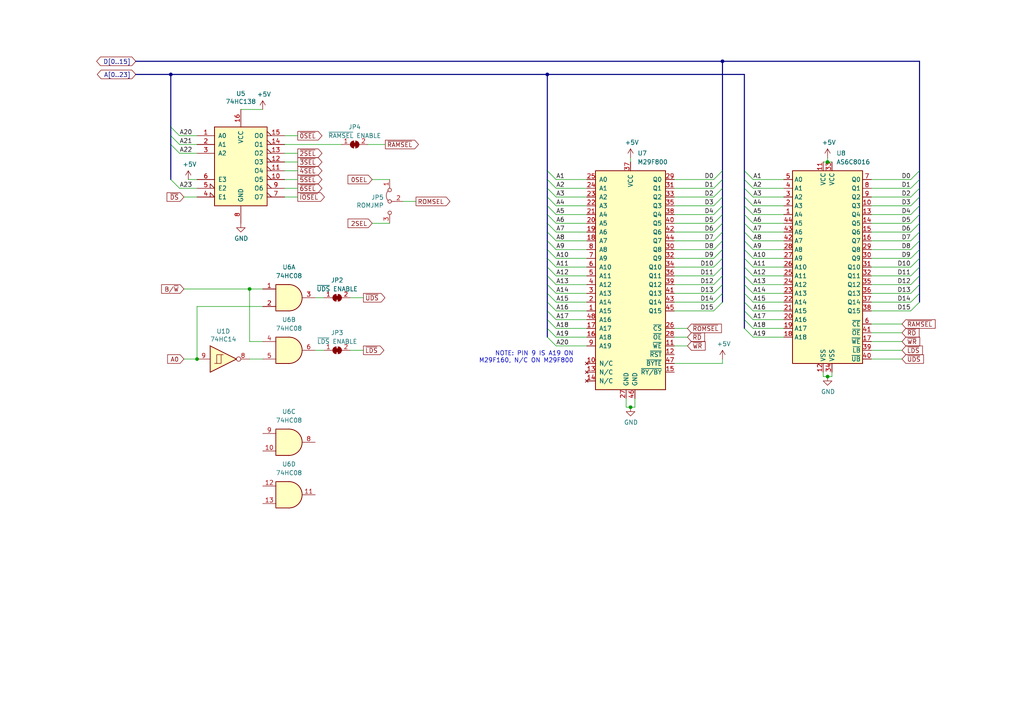
<source format=kicad_sch>
(kicad_sch (version 20211123) (generator eeschema)
  (paper "A4")
  (lib_symbols
    (symbol "74xx:74HC14" (pin_names (offset 1.016))
      (property "Reference" "U" (at 0 1.27 0))
      (property "Value" "74HC14" (at 0 -1.27 0))
      (symbol "74HC14_1_0"
        (polyline (pts (xy -3.81 3.81) (xy -3.81 -3.81) (xy 3.81 0) (xy -3.81 3.81)) (stroke (width 0.254)) (fill (type background)))
        (pin input line (at -7.62 0 0) (length 3.81) (name "~") (number "1"))
        (pin output inverted (at 7.62 0 180) (length 3.81) (name "~") (number "2"))
      )
      (symbol "74HC14_1_1"
        (polyline (pts (xy -1.905 -1.27) (xy -1.905 1.27) (xy -0.635 1.27)))
        (polyline (pts (xy -2.54 -1.27) (xy -0.635 -1.27) (xy -0.635 1.27) (xy 0 1.27)))
      )
      (symbol "74HC14_2_0"
        (polyline (pts (xy -3.81 3.81) (xy -3.81 -3.81) (xy 3.81 0) (xy -3.81 3.81)) (stroke (width 0.254)) (fill (type background)))
        (pin input line (at -7.62 0 0) (length 3.81) (name "~") (number "3"))
        (pin output inverted (at 7.62 0 180) (length 3.81) (name "~") (number "4"))
      )
      (symbol "74HC14_2_1"
        (polyline (pts (xy -1.905 -1.27) (xy -1.905 1.27) (xy -0.635 1.27)))
        (polyline (pts (xy -2.54 -1.27) (xy -0.635 -1.27) (xy -0.635 1.27) (xy 0 1.27)))
      )
      (symbol "74HC14_3_0"
        (polyline (pts (xy -3.81 3.81) (xy -3.81 -3.81) (xy 3.81 0) (xy -3.81 3.81)) (stroke (width 0.254)) (fill (type background)))
        (pin input line (at -7.62 0 0) (length 3.81) (name "~") (number "5"))
        (pin output inverted (at 7.62 0 180) (length 3.81) (name "~") (number "6"))
      )
      (symbol "74HC14_3_1"
        (polyline (pts (xy -1.905 -1.27) (xy -1.905 1.27) (xy -0.635 1.27)))
        (polyline (pts (xy -2.54 -1.27) (xy -0.635 -1.27) (xy -0.635 1.27) (xy 0 1.27)))
      )
      (symbol "74HC14_4_0"
        (polyline (pts (xy -3.81 3.81) (xy -3.81 -3.81) (xy 3.81 0) (xy -3.81 3.81)) (stroke (width 0.254)) (fill (type background)))
        (pin output inverted (at 7.62 0 180) (length 3.81) (name "~") (number "8"))
        (pin input line (at -7.62 0 0) (length 3.81) (name "~") (number "9"))
      )
      (symbol "74HC14_4_1"
        (polyline (pts (xy -1.905 -1.27) (xy -1.905 1.27) (xy -0.635 1.27)))
        (polyline (pts (xy -2.54 -1.27) (xy -0.635 -1.27) (xy -0.635 1.27) (xy 0 1.27)))
      )
      (symbol "74HC14_5_0"
        (polyline (pts (xy -3.81 3.81) (xy -3.81 -3.81) (xy 3.81 0) (xy -3.81 3.81)) (stroke (width 0.254)) (fill (type background)))
        (pin output inverted (at 7.62 0 180) (length 3.81) (name "~") (number "10"))
        (pin input line (at -7.62 0 0) (length 3.81) (name "~") (number "11"))
      )
      (symbol "74HC14_5_1"
        (polyline (pts (xy -1.905 -1.27) (xy -1.905 1.27) (xy -0.635 1.27)))
        (polyline (pts (xy -2.54 -1.27) (xy -0.635 -1.27) (xy -0.635 1.27) (xy 0 1.27)))
      )
      (symbol "74HC14_6_0"
        (polyline (pts (xy -3.81 3.81) (xy -3.81 -3.81) (xy 3.81 0) (xy -3.81 3.81)) (stroke (width 0.254)) (fill (type background)))
        (pin output inverted (at 7.62 0 180) (length 3.81) (name "~") (number "12"))
        (pin input line (at -7.62 0 0) (length 3.81) (name "~") (number "13"))
      )
      (symbol "74HC14_6_1"
        (polyline (pts (xy -1.905 -1.27) (xy -1.905 1.27) (xy -0.635 1.27)))
        (polyline (pts (xy -2.54 -1.27) (xy -0.635 -1.27) (xy -0.635 1.27) (xy 0 1.27)))
      )
      (symbol "74HC14_7_0"
        (pin power_in line (at 0 12.7 270) (length 5.08) (name "VCC") (number "14"))
        (pin power_in line (at 0 -12.7 90) (length 5.08) (name "GND") (number "7"))
      )
      (symbol "74HC14_7_1"
        (rectangle (start -5.08 7.62) (end 5.08 -7.62) (stroke (width 0.254)) (fill (type background)))
      )
    )
    (symbol "74xx:74LS08" (pin_names (offset 1.016))
      (property "Reference" "U" (at 0 1.27 0))
      (property "Value" "74LS08" (at 0 -1.27 0))
      (symbol "74LS08_1_1"
        (arc (start 0 -3.81) (mid 3.81 0) (end 0 3.81) (stroke (width 0.254)) (fill (type background)))
        (polyline (pts (xy 0 3.81) (xy -3.81 3.81) (xy -3.81 -3.81) (xy 0 -3.81)) (stroke (width 0.254)) (fill (type background)))
        (pin input line (at -7.62 2.54 0) (length 3.81) (name "~") (number "1"))
        (pin input line (at -7.62 -2.54 0) (length 3.81) (name "~") (number "2"))
        (pin output line (at 7.62 0 180) (length 3.81) (name "~") (number "3"))
      )
      (symbol "74LS08_1_2"
        (arc (start -3.81 -3.81) (mid -2.589 0) (end -3.81 3.81) (stroke (width 0.254)))
        (arc (start -0.6096 -3.81) (mid 2.1842 -2.5851) (end 3.81 0) (stroke (width 0.254)) (fill (type background)))
        (polyline (pts (xy -3.81 -3.81) (xy -0.635 -3.81)) (stroke (width 0.254)) (fill (type background)))
        (polyline (pts (xy -3.81 3.81) (xy -0.635 3.81)) (stroke (width 0.254)) (fill (type background)))
        (polyline (pts (xy -0.635 3.81) (xy -3.81 3.81) (xy -3.81 3.81) (xy -3.556 3.4036) (xy -3.0226 2.2606) (xy -2.6924 1.0414) (xy -2.6162 -0.254) (xy -2.7686 -1.4986) (xy -3.175 -2.7178) (xy -3.81 -3.81) (xy -3.81 -3.81) (xy -0.635 -3.81)) (stroke (width -25.4)) (fill (type background)))
        (arc (start 3.81 0) (mid 2.1915 2.5936) (end -0.6096 3.81) (stroke (width 0.254)) (fill (type background)))
        (pin input inverted (at -7.62 2.54 0) (length 4.318) (name "~") (number "1"))
        (pin input inverted (at -7.62 -2.54 0) (length 4.318) (name "~") (number "2"))
        (pin output inverted (at 7.62 0 180) (length 3.81) (name "~") (number "3"))
      )
      (symbol "74LS08_2_1"
        (arc (start 0 -3.81) (mid 3.81 0) (end 0 3.81) (stroke (width 0.254)) (fill (type background)))
        (polyline (pts (xy 0 3.81) (xy -3.81 3.81) (xy -3.81 -3.81) (xy 0 -3.81)) (stroke (width 0.254)) (fill (type background)))
        (pin input line (at -7.62 2.54 0) (length 3.81) (name "~") (number "4"))
        (pin input line (at -7.62 -2.54 0) (length 3.81) (name "~") (number "5"))
        (pin output line (at 7.62 0 180) (length 3.81) (name "~") (number "6"))
      )
      (symbol "74LS08_2_2"
        (arc (start -3.81 -3.81) (mid -2.589 0) (end -3.81 3.81) (stroke (width 0.254)))
        (arc (start -0.6096 -3.81) (mid 2.1842 -2.5851) (end 3.81 0) (stroke (width 0.254)) (fill (type background)))
        (polyline (pts (xy -3.81 -3.81) (xy -0.635 -3.81)) (stroke (width 0.254)) (fill (type background)))
        (polyline (pts (xy -3.81 3.81) (xy -0.635 3.81)) (stroke (width 0.254)) (fill (type background)))
        (polyline (pts (xy -0.635 3.81) (xy -3.81 3.81) (xy -3.81 3.81) (xy -3.556 3.4036) (xy -3.0226 2.2606) (xy -2.6924 1.0414) (xy -2.6162 -0.254) (xy -2.7686 -1.4986) (xy -3.175 -2.7178) (xy -3.81 -3.81) (xy -3.81 -3.81) (xy -0.635 -3.81)) (stroke (width -25.4)) (fill (type background)))
        (arc (start 3.81 0) (mid 2.1915 2.5936) (end -0.6096 3.81) (stroke (width 0.254)) (fill (type background)))
        (pin input inverted (at -7.62 2.54 0) (length 4.318) (name "~") (number "4"))
        (pin input inverted (at -7.62 -2.54 0) (length 4.318) (name "~") (number "5"))
        (pin output inverted (at 7.62 0 180) (length 3.81) (name "~") (number "6"))
      )
      (symbol "74LS08_3_1"
        (arc (start 0 -3.81) (mid 3.81 0) (end 0 3.81) (stroke (width 0.254)) (fill (type background)))
        (polyline (pts (xy 0 3.81) (xy -3.81 3.81) (xy -3.81 -3.81) (xy 0 -3.81)) (stroke (width 0.254)) (fill (type background)))
        (pin input line (at -7.62 -2.54 0) (length 3.81) (name "~") (number "10"))
        (pin output line (at 7.62 0 180) (length 3.81) (name "~") (number "8"))
        (pin input line (at -7.62 2.54 0) (length 3.81) (name "~") (number "9"))
      )
      (symbol "74LS08_3_2"
        (arc (start -3.81 -3.81) (mid -2.589 0) (end -3.81 3.81) (stroke (width 0.254)))
        (arc (start -0.6096 -3.81) (mid 2.1842 -2.5851) (end 3.81 0) (stroke (width 0.254)) (fill (type background)))
        (polyline (pts (xy -3.81 -3.81) (xy -0.635 -3.81)) (stroke (width 0.254)) (fill (type background)))
        (polyline (pts (xy -3.81 3.81) (xy -0.635 3.81)) (stroke (width 0.254)) (fill (type background)))
        (polyline (pts (xy -0.635 3.81) (xy -3.81 3.81) (xy -3.81 3.81) (xy -3.556 3.4036) (xy -3.0226 2.2606) (xy -2.6924 1.0414) (xy -2.6162 -0.254) (xy -2.7686 -1.4986) (xy -3.175 -2.7178) (xy -3.81 -3.81) (xy -3.81 -3.81) (xy -0.635 -3.81)) (stroke (width -25.4)) (fill (type background)))
        (arc (start 3.81 0) (mid 2.1915 2.5936) (end -0.6096 3.81) (stroke (width 0.254)) (fill (type background)))
        (pin input inverted (at -7.62 -2.54 0) (length 4.318) (name "~") (number "10"))
        (pin output inverted (at 7.62 0 180) (length 3.81) (name "~") (number "8"))
        (pin input inverted (at -7.62 2.54 0) (length 4.318) (name "~") (number "9"))
      )
      (symbol "74LS08_4_1"
        (arc (start 0 -3.81) (mid 3.81 0) (end 0 3.81) (stroke (width 0.254)) (fill (type background)))
        (polyline (pts (xy 0 3.81) (xy -3.81 3.81) (xy -3.81 -3.81) (xy 0 -3.81)) (stroke (width 0.254)) (fill (type background)))
        (pin output line (at 7.62 0 180) (length 3.81) (name "~") (number "11"))
        (pin input line (at -7.62 2.54 0) (length 3.81) (name "~") (number "12"))
        (pin input line (at -7.62 -2.54 0) (length 3.81) (name "~") (number "13"))
      )
      (symbol "74LS08_4_2"
        (arc (start -3.81 -3.81) (mid -2.589 0) (end -3.81 3.81) (stroke (width 0.254)))
        (arc (start -0.6096 -3.81) (mid 2.1842 -2.5851) (end 3.81 0) (stroke (width 0.254)) (fill (type background)))
        (polyline (pts (xy -3.81 -3.81) (xy -0.635 -3.81)) (stroke (width 0.254)) (fill (type background)))
        (polyline (pts (xy -3.81 3.81) (xy -0.635 3.81)) (stroke (width 0.254)) (fill (type background)))
        (polyline (pts (xy -0.635 3.81) (xy -3.81 3.81) (xy -3.81 3.81) (xy -3.556 3.4036) (xy -3.0226 2.2606) (xy -2.6924 1.0414) (xy -2.6162 -0.254) (xy -2.7686 -1.4986) (xy -3.175 -2.7178) (xy -3.81 -3.81) (xy -3.81 -3.81) (xy -0.635 -3.81)) (stroke (width -25.4)) (fill (type background)))
        (arc (start 3.81 0) (mid 2.1915 2.5936) (end -0.6096 3.81) (stroke (width 0.254)) (fill (type background)))
        (pin output inverted (at 7.62 0 180) (length 3.81) (name "~") (number "11"))
        (pin input inverted (at -7.62 2.54 0) (length 4.318) (name "~") (number "12"))
        (pin input inverted (at -7.62 -2.54 0) (length 4.318) (name "~") (number "13"))
      )
      (symbol "74LS08_5_0"
        (pin power_in line (at 0 12.7 270) (length 5.08) (name "VCC") (number "14"))
        (pin power_in line (at 0 -12.7 90) (length 5.08) (name "GND") (number "7"))
      )
      (symbol "74LS08_5_1"
        (rectangle (start -5.08 7.62) (end 5.08 -7.62) (stroke (width 0.254)) (fill (type background)))
      )
    )
    (symbol "74xx:74LS138" (pin_names (offset 1.016))
      (property "Reference" "U" (at -7.62 11.43 0))
      (property "Value" "74LS138" (at -7.62 -13.97 0))
      (symbol "74LS138_1_0"
        (pin input line (at -12.7 7.62 0) (length 5.08) (name "A0") (number "1"))
        (pin output output_low (at 12.7 -5.08 180) (length 5.08) (name "O5") (number "10"))
        (pin output output_low (at 12.7 -2.54 180) (length 5.08) (name "O4") (number "11"))
        (pin output output_low (at 12.7 0 180) (length 5.08) (name "O3") (number "12"))
        (pin output output_low (at 12.7 2.54 180) (length 5.08) (name "O2") (number "13"))
        (pin output output_low (at 12.7 5.08 180) (length 5.08) (name "O1") (number "14"))
        (pin output output_low (at 12.7 7.62 180) (length 5.08) (name "O0") (number "15"))
        (pin power_in line (at 0 15.24 270) (length 5.08) (name "VCC") (number "16"))
        (pin input line (at -12.7 5.08 0) (length 5.08) (name "A1") (number "2"))
        (pin input line (at -12.7 2.54 0) (length 5.08) (name "A2") (number "3"))
        (pin input input_low (at -12.7 -10.16 0) (length 5.08) (name "E1") (number "4"))
        (pin input input_low (at -12.7 -7.62 0) (length 5.08) (name "E2") (number "5"))
        (pin input line (at -12.7 -5.08 0) (length 5.08) (name "E3") (number "6"))
        (pin output output_low (at 12.7 -10.16 180) (length 5.08) (name "O7") (number "7"))
        (pin power_in line (at 0 -17.78 90) (length 5.08) (name "GND") (number "8"))
        (pin output output_low (at 12.7 -7.62 180) (length 5.08) (name "O6") (number "9"))
      )
      (symbol "74LS138_1_1"
        (rectangle (start -7.62 10.16) (end 7.62 -12.7) (stroke (width 0.254)) (fill (type background)))
      )
    )
    (symbol "Jumper:Jumper_3_Bridged12" (pin_names (offset 0) hide)
      (property "Reference" "JP" (at -2.54 -2.54 0))
      (property "Value" "Jumper_3_Bridged12" (at 0 2.794 0))
      (symbol "Jumper_3_Bridged12_0_0"
        (circle (center -3.302 0) (radius 0.508))
        (circle (center 0 0) (radius 0.508))
        (circle (center 3.302 0) (radius 0.508))
      )
      (symbol "Jumper_3_Bridged12_0_1"
        (arc (start -0.254 0.508) (mid -1.651 0.9912) (end -3.048 0.508))
        (polyline (pts (xy 0 -1.27) (xy 0 -0.508)))
      )
      (symbol "Jumper_3_Bridged12_1_1"
        (pin passive line (at -6.35 0 0) (length 2.54) (name "A") (number "1"))
        (pin passive line (at 0 -3.81 90) (length 2.54) (name "C") (number "2"))
        (pin passive line (at 6.35 0 180) (length 2.54) (name "B") (number "3"))
      )
    )
    (symbol "Jumper:SolderJumper_2_Bridged" (pin_names (offset 0) hide)
      (property "Reference" "JP" (at 0 2.032 0))
      (property "Value" "SolderJumper_2_Bridged" (at 0 -2.54 0))
      (symbol "SolderJumper_2_Bridged_0_1"
        (rectangle (start -0.508 0.508) (end 0.508 -0.508) (fill (type outline)))
        (arc (start -0.254 1.016) (mid -1.27 0) (end -0.254 -1.016))
        (arc (start -0.254 1.016) (mid -1.27 0) (end -0.254 -1.016) (fill (type outline)))
        (polyline (pts (xy -0.254 1.016) (xy -0.254 -1.016)))
        (polyline (pts (xy 0.254 1.016) (xy 0.254 -1.016)))
        (arc (start 0.254 -1.016) (mid 1.27 0) (end 0.254 1.016))
        (arc (start 0.254 -1.016) (mid 1.27 0) (end 0.254 1.016) (fill (type outline)))
      )
      (symbol "SolderJumper_2_Bridged_1_1"
        (pin passive line (at -3.81 0 0) (length 2.54) (name "A") (number "1"))
        (pin passive line (at 3.81 0 180) (length 2.54) (name "B") (number "2"))
      )
    )
    (symbol "Z280:AS6C8016"
      (property "Reference" "U" (at 0 -1.27 0))
      (property "Value" "AS6C8016" (at 0 1.27 0))
      (symbol "AS6C8016_0_0"
        (pin power_in line (at -1.27 27.94 270) (length 2.54) (name "VCC") (number "11"))
        (pin power_in line (at -1.27 -33.02 90) (length 2.54) (name "VSS") (number "12"))
        (pin power_in line (at 1.27 27.94 270) (length 2.54) (name "VCC") (number "33"))
        (pin power_in line (at 1.27 -33.02 90) (length 2.54) (name "VSS") (number "34"))
      )
      (symbol "AS6C8016_0_1"
        (rectangle (start -10.16 25.4) (end 10.16 -30.48) (stroke (width 0.254)) (fill (type background)))
      )
      (symbol "AS6C8016_1_1"
        (pin input line (at -12.7 12.7 0) (length 2.54) (name "A4") (number "1"))
        (pin tri_state line (at 12.7 15.24 180) (length 2.54) (name "Q3") (number "10"))
        (pin tri_state line (at 12.7 12.7 180) (length 2.54) (name "Q4") (number "13"))
        (pin tri_state line (at 12.7 10.16 180) (length 2.54) (name "Q5") (number "14"))
        (pin tri_state line (at 12.7 7.62 180) (length 2.54) (name "Q6") (number "15"))
        (pin tri_state line (at 12.7 5.08 180) (length 2.54) (name "Q7") (number "16"))
        (pin input line (at 12.7 -24.13 180) (length 2.54) (name "~{WE}") (number "17"))
        (pin input line (at -12.7 -22.86 0) (length 2.54) (name "A18") (number "18"))
        (pin input line (at -12.7 -20.32 0) (length 2.54) (name "A17") (number "19"))
        (pin input line (at -12.7 15.24 0) (length 2.54) (name "A3") (number "2"))
        (pin input line (at -12.7 -17.78 0) (length 2.54) (name "A16") (number "20"))
        (pin input line (at -12.7 -15.24 0) (length 2.54) (name "A15") (number "21"))
        (pin input line (at -12.7 -12.7 0) (length 2.54) (name "A14") (number "22"))
        (pin input line (at -12.7 -10.16 0) (length 2.54) (name "A13") (number "23"))
        (pin input line (at -12.7 -7.62 0) (length 2.54) (name "A12") (number "24"))
        (pin input line (at -12.7 -5.08 0) (length 2.54) (name "A11") (number "25"))
        (pin input line (at -12.7 -2.54 0) (length 2.54) (name "A10") (number "26"))
        (pin input line (at -12.7 0 0) (length 2.54) (name "A9") (number "27"))
        (pin input line (at -12.7 2.54 0) (length 2.54) (name "A8") (number "28"))
        (pin tri_state line (at 12.7 2.54 180) (length 2.54) (name "Q8") (number "29"))
        (pin input line (at -12.7 17.78 0) (length 2.54) (name "A2") (number "3"))
        (pin tri_state line (at 12.7 0 180) (length 2.54) (name "Q9") (number "30"))
        (pin tri_state line (at 12.7 -2.54 180) (length 2.54) (name "Q10") (number "31"))
        (pin tri_state line (at 12.7 -5.08 180) (length 2.54) (name "Q11") (number "32"))
        (pin tri_state line (at 12.7 -7.62 180) (length 2.54) (name "Q12") (number "35"))
        (pin tri_state line (at 12.7 -10.16 180) (length 2.54) (name "Q13") (number "36"))
        (pin tri_state line (at 12.7 -12.7 180) (length 2.54) (name "Q14") (number "37"))
        (pin tri_state line (at 12.7 -15.24 180) (length 2.54) (name "Q15") (number "38"))
        (pin input line (at 12.7 -26.67 180) (length 2.54) (name "~{LB}") (number "39"))
        (pin input line (at -12.7 20.32 0) (length 2.54) (name "A1") (number "4"))
        (pin input line (at 12.7 -29.21 180) (length 2.54) (name "~{UB}") (number "40"))
        (pin input line (at 12.7 -21.59 180) (length 2.54) (name "~{OE}") (number "41"))
        (pin input line (at -12.7 5.08 0) (length 2.54) (name "A7") (number "42"))
        (pin input line (at -12.7 7.62 0) (length 2.54) (name "A6") (number "43"))
        (pin input line (at -12.7 10.16 0) (length 2.54) (name "A5") (number "44"))
        (pin input line (at -12.7 22.86 0) (length 2.54) (name "A0") (number "5"))
        (pin input line (at 12.7 -19.05 180) (length 2.54) (name "~{CE}") (number "6"))
        (pin tri_state line (at 12.7 22.86 180) (length 2.54) (name "Q0") (number "7"))
        (pin tri_state line (at 12.7 20.32 180) (length 2.54) (name "Q1") (number "8"))
        (pin tri_state line (at 12.7 17.78 180) (length 2.54) (name "Q2") (number "9"))
      )
    )
    (symbol "Z280:M29F160" (pin_names (offset 1.016))
      (property "Reference" "U" (at 0 0 0))
      (property "Value" "M29F160" (at 0 2.54 0))
      (symbol "M29F160_1_1"
        (rectangle (start -10.16 29.21) (end 10.16 -34.29) (stroke (width 0.254)) (fill (type background)))
        (pin input line (at -12.7 -11.43 0) (length 2.54) (name "A15") (number "1"))
        (pin no_connect line (at -12.7 -26.67 0) (length 2.54) (name "N/C") (number "10"))
        (pin input line (at 12.7 -21.59 180) (length 2.54) (name "~{WE}") (number "11"))
        (pin input line (at 12.7 -24.13 180) (length 2.54) (name "~{RST}") (number "12"))
        (pin no_connect line (at -12.7 -29.21 0) (length 2.54) (name "N/C") (number "13"))
        (pin no_connect line (at -12.7 -31.75 0) (length 2.54) (name "N/C") (number "14"))
        (pin output line (at 12.7 -29.21 180) (length 2.54) (name "~{RY/BY}") (number "15"))
        (pin input line (at -12.7 -19.05 0) (length 2.54) (name "A18") (number "16"))
        (pin input line (at -12.7 -16.51 0) (length 2.54) (name "A17") (number "17"))
        (pin input line (at -12.7 8.89 0) (length 2.54) (name "A7") (number "18"))
        (pin input line (at -12.7 11.43 0) (length 2.54) (name "A6") (number "19"))
        (pin input line (at -12.7 -8.89 0) (length 2.54) (name "A14") (number "2"))
        (pin input line (at -12.7 13.97 0) (length 2.54) (name "A5") (number "20"))
        (pin input line (at -12.7 16.51 0) (length 2.54) (name "A4") (number "21"))
        (pin input line (at -12.7 19.05 0) (length 2.54) (name "A3") (number "22"))
        (pin input line (at -12.7 21.59 0) (length 2.54) (name "A2") (number "23"))
        (pin input line (at -12.7 24.13 0) (length 2.54) (name "A1") (number "24"))
        (pin input line (at -12.7 26.67 0) (length 2.54) (name "A0") (number "25"))
        (pin input line (at 12.7 -16.51 180) (length 2.54) (name "~{CS}") (number "26"))
        (pin power_in line (at -1.27 -36.83 90) (length 2.54) (name "GND") (number "27"))
        (pin input line (at 12.7 -19.05 180) (length 2.54) (name "~{OE}") (number "28"))
        (pin tri_state line (at 12.7 26.67 180) (length 2.54) (name "Q0") (number "29"))
        (pin input line (at -12.7 -6.35 0) (length 2.54) (name "A13") (number "3"))
        (pin tri_state line (at 12.7 6.35 180) (length 2.54) (name "Q8") (number "30"))
        (pin tri_state line (at 12.7 24.13 180) (length 2.54) (name "Q1") (number "31"))
        (pin tri_state line (at 12.7 3.81 180) (length 2.54) (name "Q9") (number "32"))
        (pin tri_state line (at 12.7 21.59 180) (length 2.54) (name "Q2") (number "33"))
        (pin tri_state line (at 12.7 1.27 180) (length 2.54) (name "Q10") (number "34"))
        (pin tri_state line (at 12.7 19.05 180) (length 2.54) (name "Q3") (number "35"))
        (pin tri_state line (at 12.7 -1.27 180) (length 2.54) (name "Q11") (number "36"))
        (pin power_in line (at 0 31.75 270) (length 2.54) (name "VCC") (number "37"))
        (pin tri_state line (at 12.7 16.51 180) (length 2.54) (name "Q4") (number "38"))
        (pin tri_state line (at 12.7 -3.81 180) (length 2.54) (name "Q12") (number "39"))
        (pin input line (at -12.7 -3.81 0) (length 2.54) (name "A12") (number "4"))
        (pin tri_state line (at 12.7 13.97 180) (length 2.54) (name "Q5") (number "40"))
        (pin tri_state line (at 12.7 -6.35 180) (length 2.54) (name "Q13") (number "41"))
        (pin tri_state line (at 12.7 11.43 180) (length 2.54) (name "Q6") (number "42"))
        (pin tri_state line (at 12.7 -8.89 180) (length 2.54) (name "Q14") (number "43"))
        (pin tri_state line (at 12.7 8.89 180) (length 2.54) (name "Q7") (number "44"))
        (pin tri_state line (at 12.7 -11.43 180) (length 2.54) (name "Q15") (number "45"))
        (pin power_in line (at 1.27 -36.83 90) (length 2.54) (name "GND") (number "46"))
        (pin input line (at 12.7 -26.67 180) (length 2.54) (name "~{BYTE}") (number "47"))
        (pin input line (at -12.7 -13.97 0) (length 2.54) (name "A16") (number "48"))
        (pin input line (at -12.7 -1.27 0) (length 2.54) (name "A11") (number "5"))
        (pin input line (at -12.7 1.27 0) (length 2.54) (name "A10") (number "6"))
        (pin input line (at -12.7 3.81 0) (length 2.54) (name "A9") (number "7"))
        (pin input line (at -12.7 6.35 0) (length 2.54) (name "A8") (number "8"))
        (pin input line (at -12.7 -21.59 0) (length 2.54) (name "A19") (number "9"))
      )
    )
    (symbol "power:+5V" (power) (pin_names (offset 0))
      (property "Value" "+5V" (at 0 3.556 0))
      (symbol "+5V_0_1"
        (polyline (pts (xy -0.762 1.27) (xy 0 2.54)))
        (polyline (pts (xy 0 0) (xy 0 2.54)))
        (polyline (pts (xy 0 2.54) (xy 0.762 1.27)))
      )
      (symbol "+5V_1_1"
        (pin power_in line (at 0 0 90) (length 0) hide (name "+5V") (number "1"))
      )
    )
    (symbol "power:GND" (power) (pin_names (offset 0))
      (property "Value" "GND" (at 0 -3.81 0))
      (symbol "GND_0_1"
        (polyline (pts (xy 0 0) (xy 0 -1.27) (xy 1.27 -1.27) (xy 0 -2.54) (xy -1.27 -1.27) (xy 0 -1.27)))
      )
      (symbol "GND_1_1"
        (pin power_in line (at 0 0 270) (length 0) hide (name "GND") (number "1"))
      )
    )
  )
  (junction (at 240.03 46.99))
  (junction (at 158.75 21.59))
  (junction (at 49.53 21.59))
  (junction (at 209.55 17.78))
  (junction (at 182.88 118.11))
  (junction (at 72.39 83.82))
  (junction (at 240.03 109.22))
  (junction (at 57.15 104.14))
  (bus_entry (at 158.75 80.01) (size 2.54 2.54))
  (bus_entry (at 215.9 87.63) (size 2.54 2.54))
  (bus_entry (at 158.75 82.55) (size 2.54 2.54))
  (bus_entry (at 158.75 90.17) (size 2.54 2.54))
  (bus_entry (at 215.9 72.39) (size 2.54 2.54))
  (bus_entry (at 207.01 59.69) (size 2.54 -2.54))
  (bus_entry (at 264.16 54.61) (size 2.54 -2.54))
  (bus_entry (at 158.75 74.93) (size 2.54 2.54))
  (bus_entry (at 158.75 67.31) (size 2.54 2.54))
  (bus_entry (at 264.16 67.31) (size 2.54 -2.54))
  (bus_entry (at 264.16 62.23) (size 2.54 -2.54))
  (bus_entry (at 215.9 54.61) (size 2.54 2.54))
  (bus_entry (at 215.9 95.25) (size 2.54 2.54))
  (bus_entry (at 49.53 52.07) (size 2.54 2.54))
  (bus_entry (at 207.01 72.39) (size 2.54 -2.54))
  (bus_entry (at 264.16 57.15) (size 2.54 -2.54))
  (bus_entry (at 158.75 85.09) (size 2.54 2.54))
  (bus_entry (at 207.01 62.23) (size 2.54 -2.54))
  (bus_entry (at 264.16 85.09) (size 2.54 -2.54))
  (bus_entry (at 215.9 67.31) (size 2.54 2.54))
  (bus_entry (at 264.16 82.55) (size 2.54 -2.54))
  (bus_entry (at 158.75 77.47) (size 2.54 2.54))
  (bus_entry (at 158.75 64.77) (size 2.54 2.54))
  (bus_entry (at 158.75 69.85) (size 2.54 2.54))
  (bus_entry (at 49.53 39.37) (size 2.54 2.54))
  (bus_entry (at 158.75 95.25) (size 2.54 2.54))
  (bus_entry (at 264.16 87.63) (size 2.54 -2.54))
  (bus_entry (at 207.01 69.85) (size 2.54 -2.54))
  (bus_entry (at 158.75 57.15) (size 2.54 2.54))
  (bus_entry (at 207.01 67.31) (size 2.54 -2.54))
  (bus_entry (at 207.01 64.77) (size 2.54 -2.54))
  (bus_entry (at 264.16 80.01) (size 2.54 -2.54))
  (bus_entry (at 215.9 59.69) (size 2.54 2.54))
  (bus_entry (at 158.75 49.53) (size 2.54 2.54))
  (bus_entry (at 207.01 74.93) (size 2.54 -2.54))
  (bus_entry (at 264.16 72.39) (size 2.54 -2.54))
  (bus_entry (at 215.9 85.09) (size 2.54 2.54))
  (bus_entry (at 207.01 57.15) (size 2.54 -2.54))
  (bus_entry (at 264.16 77.47) (size 2.54 -2.54))
  (bus_entry (at 264.16 59.69) (size 2.54 -2.54))
  (bus_entry (at 264.16 74.93) (size 2.54 -2.54))
  (bus_entry (at 215.9 90.17) (size 2.54 2.54))
  (bus_entry (at 49.53 36.83) (size 2.54 2.54))
  (bus_entry (at 264.16 90.17) (size 2.54 -2.54))
  (bus_entry (at 215.9 92.71) (size 2.54 2.54))
  (bus_entry (at 158.75 72.39) (size 2.54 2.54))
  (bus_entry (at 207.01 82.55) (size 2.54 -2.54))
  (bus_entry (at 215.9 62.23) (size 2.54 2.54))
  (bus_entry (at 158.75 92.71) (size 2.54 2.54))
  (bus_entry (at 158.75 59.69) (size 2.54 2.54))
  (bus_entry (at 207.01 77.47) (size 2.54 -2.54))
  (bus_entry (at 207.01 80.01) (size 2.54 -2.54))
  (bus_entry (at 215.9 52.07) (size 2.54 2.54))
  (bus_entry (at 158.75 87.63) (size 2.54 2.54))
  (bus_entry (at 207.01 52.07) (size 2.54 -2.54))
  (bus_entry (at 215.9 64.77) (size 2.54 2.54))
  (bus_entry (at 207.01 85.09) (size 2.54 -2.54))
  (bus_entry (at 207.01 54.61) (size 2.54 -2.54))
  (bus_entry (at 215.9 77.47) (size 2.54 2.54))
  (bus_entry (at 264.16 52.07) (size 2.54 -2.54))
  (bus_entry (at 158.75 97.79) (size 2.54 2.54))
  (bus_entry (at 158.75 52.07) (size 2.54 2.54))
  (bus_entry (at 264.16 64.77) (size 2.54 -2.54))
  (bus_entry (at 215.9 49.53) (size 2.54 2.54))
  (bus_entry (at 49.53 41.91) (size 2.54 2.54))
  (bus_entry (at 215.9 57.15) (size 2.54 2.54))
  (bus_entry (at 215.9 80.01) (size 2.54 2.54))
  (bus_entry (at 215.9 69.85) (size 2.54 2.54))
  (bus_entry (at 207.01 87.63) (size 2.54 -2.54))
  (bus_entry (at 158.75 54.61) (size 2.54 2.54))
  (bus_entry (at 215.9 82.55) (size 2.54 2.54))
  (bus_entry (at 207.01 90.17) (size 2.54 -2.54))
  (bus_entry (at 215.9 74.93) (size 2.54 2.54))
  (bus_entry (at 158.75 62.23) (size 2.54 2.54))
  (bus_entry (at 264.16 69.85) (size 2.54 -2.54))
  (bus (pts (xy 49.53 41.91) (xy 49.53 52.07)))
  (bus (pts (xy 158.75 21.59) (xy 158.75 49.53)))
  (bus (pts (xy 209.55 85.09) (xy 209.55 87.63)))
  (wire (pts (xy 161.29 95.25) (xy 170.18 95.25)))
  (wire (pts (xy 252.73 101.6) (xy 261.62 101.6)))
  (bus (pts (xy 209.55 59.69) (xy 209.55 62.23)))
  (wire (pts (xy 238.76 109.22) (xy 240.03 109.22)))
  (wire (pts (xy 161.29 87.63) (xy 170.18 87.63)))
  (bus (pts (xy 158.75 74.93) (xy 158.75 77.47)))
  (wire (pts (xy 82.55 49.53) (xy 86.36 49.53)))
  (bus (pts (xy 158.75 95.25) (xy 158.75 97.79)))
  (wire (pts (xy 86.36 52.07) (xy 82.55 52.07)))
  (wire (pts (xy 181.61 118.11) (xy 182.88 118.11)))
  (wire (pts (xy 252.73 54.61) (xy 264.16 54.61)))
  (wire (pts (xy 252.73 67.31) (xy 264.16 67.31)))
  (wire (pts (xy 195.58 77.47) (xy 207.01 77.47)))
  (bus (pts (xy 266.7 54.61) (xy 266.7 57.15)))
  (bus (pts (xy 209.55 69.85) (xy 209.55 72.39)))
  (bus (pts (xy 209.55 77.47) (xy 209.55 80.01)))
  (wire (pts (xy 195.58 57.15) (xy 207.01 57.15)))
  (bus (pts (xy 266.7 17.78) (xy 266.7 49.53)))
  (bus (pts (xy 266.7 77.47) (xy 266.7 80.01)))
  (bus (pts (xy 209.55 49.53) (xy 209.55 52.07)))
  (wire (pts (xy 195.58 54.61) (xy 207.01 54.61)))
  (bus (pts (xy 266.7 67.31) (xy 266.7 69.85)))
  (bus (pts (xy 215.9 87.63) (xy 215.9 90.17)))
  (bus (pts (xy 215.9 64.77) (xy 215.9 67.31)))
  (wire (pts (xy 199.39 97.79) (xy 195.58 97.79)))
  (wire (pts (xy 107.95 52.07) (xy 113.03 52.07)))
  (bus (pts (xy 158.75 57.15) (xy 158.75 59.69)))
  (wire (pts (xy 218.44 67.31) (xy 227.33 67.31)))
  (wire (pts (xy 195.58 74.93) (xy 207.01 74.93)))
  (bus (pts (xy 215.9 67.31) (xy 215.9 69.85)))
  (wire (pts (xy 161.29 62.23) (xy 170.18 62.23)))
  (wire (pts (xy 252.73 87.63) (xy 264.16 87.63)))
  (wire (pts (xy 161.29 67.31) (xy 170.18 67.31)))
  (wire (pts (xy 54.61 52.07) (xy 57.15 52.07)))
  (bus (pts (xy 158.75 64.77) (xy 158.75 67.31)))
  (wire (pts (xy 195.58 67.31) (xy 207.01 67.31)))
  (bus (pts (xy 209.55 57.15) (xy 209.55 59.69)))
  (wire (pts (xy 161.29 52.07) (xy 170.18 52.07)))
  (wire (pts (xy 53.34 57.15) (xy 57.15 57.15)))
  (bus (pts (xy 215.9 85.09) (xy 215.9 87.63)))
  (wire (pts (xy 252.73 59.69) (xy 264.16 59.69)))
  (wire (pts (xy 82.55 44.45) (xy 86.36 44.45)))
  (bus (pts (xy 158.75 92.71) (xy 158.75 95.25)))
  (wire (pts (xy 195.58 69.85) (xy 207.01 69.85)))
  (wire (pts (xy 161.29 77.47) (xy 170.18 77.47)))
  (wire (pts (xy 252.73 69.85) (xy 264.16 69.85)))
  (bus (pts (xy 158.75 72.39) (xy 158.75 74.93)))
  (bus (pts (xy 266.7 64.77) (xy 266.7 67.31)))
  (wire (pts (xy 195.58 82.55) (xy 207.01 82.55)))
  (bus (pts (xy 209.55 62.23) (xy 209.55 64.77)))
  (wire (pts (xy 52.07 54.61) (xy 57.15 54.61)))
  (bus (pts (xy 215.9 74.93) (xy 215.9 77.47)))
  (wire (pts (xy 218.44 92.71) (xy 227.33 92.71)))
  (wire (pts (xy 252.73 80.01) (xy 264.16 80.01)))
  (wire (pts (xy 209.55 104.14) (xy 209.55 105.41)))
  (wire (pts (xy 240.03 46.99) (xy 241.3 46.99)))
  (wire (pts (xy 218.44 52.07) (xy 227.33 52.07)))
  (wire (pts (xy 218.44 72.39) (xy 227.33 72.39)))
  (wire (pts (xy 57.15 88.9) (xy 76.2 88.9)))
  (wire (pts (xy 161.29 57.15) (xy 170.18 57.15)))
  (bus (pts (xy 209.55 54.61) (xy 209.55 57.15)))
  (wire (pts (xy 181.61 115.57) (xy 181.61 118.11)))
  (bus (pts (xy 215.9 21.59) (xy 215.9 49.53)))
  (wire (pts (xy 252.73 93.98) (xy 261.62 93.98)))
  (bus (pts (xy 266.7 17.78) (xy 209.55 17.78)))
  (wire (pts (xy 238.76 107.95) (xy 238.76 109.22)))
  (bus (pts (xy 215.9 62.23) (xy 215.9 64.77)))
  (bus (pts (xy 266.7 82.55) (xy 266.7 85.09)))
  (bus (pts (xy 215.9 92.71) (xy 215.9 95.25)))
  (wire (pts (xy 218.44 80.01) (xy 227.33 80.01)))
  (wire (pts (xy 72.39 99.06) (xy 72.39 83.82)))
  (wire (pts (xy 218.44 64.77) (xy 227.33 64.77)))
  (wire (pts (xy 52.07 41.91) (xy 57.15 41.91)))
  (wire (pts (xy 195.58 59.69) (xy 207.01 59.69)))
  (bus (pts (xy 158.75 82.55) (xy 158.75 85.09)))
  (bus (pts (xy 215.9 77.47) (xy 215.9 80.01)))
  (wire (pts (xy 53.34 104.14) (xy 57.15 104.14)))
  (wire (pts (xy 161.29 54.61) (xy 170.18 54.61)))
  (wire (pts (xy 101.6 101.6) (xy 105.41 101.6)))
  (wire (pts (xy 184.15 118.11) (xy 184.15 115.57)))
  (wire (pts (xy 52.07 44.45) (xy 57.15 44.45)))
  (wire (pts (xy 161.29 59.69) (xy 170.18 59.69)))
  (bus (pts (xy 209.55 67.31) (xy 209.55 69.85)))
  (wire (pts (xy 252.73 85.09) (xy 264.16 85.09)))
  (wire (pts (xy 161.29 100.33) (xy 170.18 100.33)))
  (wire (pts (xy 252.73 96.52) (xy 261.62 96.52)))
  (wire (pts (xy 161.29 69.85) (xy 170.18 69.85)))
  (wire (pts (xy 252.73 52.07) (xy 264.16 52.07)))
  (wire (pts (xy 252.73 99.06) (xy 261.62 99.06)))
  (wire (pts (xy 72.39 104.14) (xy 76.2 104.14)))
  (bus (pts (xy 209.55 74.93) (xy 209.55 77.47)))
  (wire (pts (xy 195.58 95.25) (xy 199.39 95.25)))
  (wire (pts (xy 238.76 46.99) (xy 240.03 46.99)))
  (wire (pts (xy 218.44 82.55) (xy 227.33 82.55)))
  (wire (pts (xy 195.58 87.63) (xy 207.01 87.63)))
  (bus (pts (xy 209.55 80.01) (xy 209.55 82.55)))
  (bus (pts (xy 39.37 17.78) (xy 209.55 17.78)))
  (bus (pts (xy 266.7 74.93) (xy 266.7 77.47)))
  (wire (pts (xy 252.73 77.47) (xy 264.16 77.47)))
  (wire (pts (xy 107.95 64.77) (xy 113.03 64.77)))
  (wire (pts (xy 161.29 72.39) (xy 170.18 72.39)))
  (bus (pts (xy 209.55 52.07) (xy 209.55 54.61)))
  (wire (pts (xy 76.2 99.06) (xy 72.39 99.06)))
  (bus (pts (xy 209.55 17.78) (xy 209.55 49.53)))
  (wire (pts (xy 57.15 88.9) (xy 57.15 104.14)))
  (bus (pts (xy 158.75 85.09) (xy 158.75 87.63)))
  (wire (pts (xy 161.29 97.79) (xy 170.18 97.79)))
  (wire (pts (xy 252.73 90.17) (xy 264.16 90.17)))
  (wire (pts (xy 218.44 87.63) (xy 227.33 87.63)))
  (wire (pts (xy 252.73 57.15) (xy 264.16 57.15)))
  (wire (pts (xy 195.58 62.23) (xy 207.01 62.23)))
  (bus (pts (xy 266.7 49.53) (xy 266.7 52.07)))
  (wire (pts (xy 218.44 59.69) (xy 227.33 59.69)))
  (bus (pts (xy 158.75 90.17) (xy 158.75 92.71)))
  (wire (pts (xy 72.39 83.82) (xy 76.2 83.82)))
  (bus (pts (xy 266.7 72.39) (xy 266.7 74.93)))
  (wire (pts (xy 161.29 74.93) (xy 170.18 74.93)))
  (wire (pts (xy 240.03 109.22) (xy 241.3 109.22)))
  (wire (pts (xy 252.73 62.23) (xy 264.16 62.23)))
  (wire (pts (xy 240.03 45.72) (xy 240.03 46.99)))
  (bus (pts (xy 209.55 82.55) (xy 209.55 85.09)))
  (wire (pts (xy 195.58 52.07) (xy 207.01 52.07)))
  (bus (pts (xy 266.7 85.09) (xy 266.7 87.63)))
  (bus (pts (xy 215.9 57.15) (xy 215.9 59.69)))
  (bus (pts (xy 215.9 82.55) (xy 215.9 85.09)))
  (wire (pts (xy 218.44 54.61) (xy 227.33 54.61)))
  (bus (pts (xy 266.7 59.69) (xy 266.7 62.23)))
  (bus (pts (xy 49.53 36.83) (xy 49.53 39.37)))
  (wire (pts (xy 195.58 64.77) (xy 207.01 64.77)))
  (bus (pts (xy 158.75 54.61) (xy 158.75 57.15)))
  (wire (pts (xy 218.44 95.25) (xy 227.33 95.25)))
  (bus (pts (xy 158.75 49.53) (xy 158.75 52.07)))
  (bus (pts (xy 158.75 69.85) (xy 158.75 72.39)))
  (bus (pts (xy 49.53 21.59) (xy 49.53 36.83)))
  (wire (pts (xy 195.58 72.39) (xy 207.01 72.39)))
  (wire (pts (xy 199.39 100.33) (xy 195.58 100.33)))
  (bus (pts (xy 209.55 64.77) (xy 209.55 67.31)))
  (bus (pts (xy 158.75 80.01) (xy 158.75 82.55)))
  (bus (pts (xy 215.9 21.59) (xy 158.75 21.59)))
  (wire (pts (xy 218.44 90.17) (xy 227.33 90.17)))
  (bus (pts (xy 266.7 62.23) (xy 266.7 64.77)))
  (bus (pts (xy 158.75 87.63) (xy 158.75 90.17)))
  (wire (pts (xy 52.07 39.37) (xy 57.15 39.37)))
  (bus (pts (xy 158.75 59.69) (xy 158.75 62.23)))
  (wire (pts (xy 161.29 90.17) (xy 170.18 90.17)))
  (wire (pts (xy 218.44 97.79) (xy 227.33 97.79)))
  (wire (pts (xy 218.44 77.47) (xy 227.33 77.47)))
  (wire (pts (xy 241.3 109.22) (xy 241.3 107.95)))
  (wire (pts (xy 161.29 64.77) (xy 170.18 64.77)))
  (wire (pts (xy 195.58 105.41) (xy 209.55 105.41)))
  (wire (pts (xy 99.06 41.91) (xy 82.55 41.91)))
  (bus (pts (xy 158.75 52.07) (xy 158.75 54.61)))
  (wire (pts (xy 101.6 86.36) (xy 105.41 86.36)))
  (bus (pts (xy 215.9 80.01) (xy 215.9 82.55)))
  (wire (pts (xy 161.29 92.71) (xy 170.18 92.71)))
  (wire (pts (xy 161.29 80.01) (xy 170.18 80.01)))
  (bus (pts (xy 266.7 52.07) (xy 266.7 54.61)))
  (bus (pts (xy 158.75 62.23) (xy 158.75 64.77)))
  (wire (pts (xy 69.85 31.75) (xy 76.2 31.75)))
  (bus (pts (xy 215.9 69.85) (xy 215.9 72.39)))
  (wire (pts (xy 82.55 39.37) (xy 86.36 39.37)))
  (wire (pts (xy 218.44 62.23) (xy 227.33 62.23)))
  (wire (pts (xy 218.44 74.93) (xy 227.33 74.93)))
  (wire (pts (xy 252.73 82.55) (xy 264.16 82.55)))
  (wire (pts (xy 218.44 69.85) (xy 227.33 69.85)))
  (wire (pts (xy 161.29 85.09) (xy 170.18 85.09)))
  (wire (pts (xy 82.55 54.61) (xy 86.36 54.61)))
  (wire (pts (xy 86.36 57.15) (xy 82.55 57.15)))
  (wire (pts (xy 252.73 74.93) (xy 264.16 74.93)))
  (wire (pts (xy 195.58 80.01) (xy 207.01 80.01)))
  (bus (pts (xy 266.7 80.01) (xy 266.7 82.55)))
  (wire (pts (xy 86.36 46.99) (xy 82.55 46.99)))
  (wire (pts (xy 195.58 90.17) (xy 207.01 90.17)))
  (wire (pts (xy 182.88 118.11) (xy 184.15 118.11)))
  (wire (pts (xy 111.76 41.91) (xy 106.68 41.91)))
  (wire (pts (xy 182.88 45.72) (xy 182.88 46.99)))
  (bus (pts (xy 215.9 59.69) (xy 215.9 62.23)))
  (wire (pts (xy 218.44 57.15) (xy 227.33 57.15)))
  (wire (pts (xy 195.58 85.09) (xy 207.01 85.09)))
  (bus (pts (xy 215.9 72.39) (xy 215.9 74.93)))
  (bus (pts (xy 215.9 54.61) (xy 215.9 57.15)))
  (bus (pts (xy 49.53 39.37) (xy 49.53 41.91)))
  (wire (pts (xy 252.73 64.77) (xy 264.16 64.77)))
  (wire (pts (xy 252.73 104.14) (xy 261.62 104.14)))
  (bus (pts (xy 209.55 72.39) (xy 209.55 74.93)))
  (bus (pts (xy 49.53 21.59) (xy 39.37 21.59)))
  (bus (pts (xy 266.7 69.85) (xy 266.7 72.39)))
  (bus (pts (xy 158.75 77.47) (xy 158.75 80.01)))
  (bus (pts (xy 215.9 52.07) (xy 215.9 54.61)))
  (wire (pts (xy 53.34 83.82) (xy 72.39 83.82)))
  (bus (pts (xy 215.9 49.53) (xy 215.9 52.07)))
  (bus (pts (xy 158.75 67.31) (xy 158.75 69.85)))
  (wire (pts (xy 120.65 58.42) (xy 116.84 58.42)))
  (wire (pts (xy 161.29 82.55) (xy 170.18 82.55)))
  (bus (pts (xy 49.53 21.59) (xy 158.75 21.59)))
  (wire (pts (xy 91.44 101.6) (xy 93.98 101.6)))
  (wire (pts (xy 91.44 86.36) (xy 93.98 86.36)))
  (wire (pts (xy 252.73 72.39) (xy 264.16 72.39)))
  (wire (pts (xy 218.44 85.09) (xy 227.33 85.09)))
  (bus (pts (xy 266.7 57.15) (xy 266.7 59.69)))
  (bus (pts (xy 215.9 90.17) (xy 215.9 92.71)))
  (text "NOTE: PIN 9 IS A19 ON\nM29F160, N/C ON M29F800" (at 166.37 105.41 180) (effects (font (size 1.27 1.27)) (justify right bottom)))
  (label "A20" (at 161.29 100.33 0))
  (label "A18" (at 161.29 95.25 0))
  (label "A7" (at 161.29 67.31 0))
  (label "A14" (at 161.29 85.09 0))
  (label "D1" (at 264.16 54.61 180))
  (label "A10" (at 161.29 74.93 0))
  (label "A20" (at 52.07 39.37 0))
  (label "A3" (at 161.29 57.15 0))
  (label "D0" (at 207.01 52.07 180))
  (label "A8" (at 161.29 69.85 0))
  (label "D8" (at 207.01 72.39 180))
  (label "A13" (at 218.44 82.55 0))
  (label "A4" (at 218.44 59.69 0))
  (label "A17" (at 161.29 92.71 0))
  (label "D6" (at 264.16 67.31 180))
  (label "A12" (at 218.44 80.01 0))
  (label "D5" (at 207.01 64.77 180))
  (label "A19" (at 218.44 97.79 0))
  (label "A21" (at 52.07 41.91 0))
  (label "D9" (at 207.01 74.93 180))
  (label "D5" (at 264.16 64.77 180))
  (label "A23" (at 52.07 54.61 0))
  (label "D13" (at 264.16 85.09 180))
  (label "A12" (at 161.29 80.01 0))
  (label "D3" (at 264.16 59.69 180))
  (label "A5" (at 161.29 62.23 0))
  (label "D14" (at 207.01 87.63 180))
  (label "A11" (at 218.44 77.47 0))
  (label "A9" (at 161.29 72.39 0))
  (label "D10" (at 264.16 77.47 180))
  (label "A14" (at 218.44 85.09 0))
  (label "A17" (at 218.44 92.71 0))
  (label "A16" (at 161.29 90.17 0))
  (label "D13" (at 207.01 85.09 180))
  (label "D9" (at 264.16 74.93 180))
  (label "A6" (at 161.29 64.77 0))
  (label "A4" (at 161.29 59.69 0))
  (label "D15" (at 264.16 90.17 180))
  (label "A3" (at 218.44 57.15 0))
  (label "D14" (at 264.16 87.63 180))
  (label "A19" (at 161.29 97.79 0))
  (label "D10" (at 207.01 77.47 180))
  (label "A16" (at 218.44 90.17 0))
  (label "A15" (at 218.44 87.63 0))
  (label "D1" (at 207.01 54.61 180))
  (label "D15" (at 207.01 90.17 180))
  (label "D12" (at 207.01 82.55 180))
  (label "A5" (at 218.44 62.23 0))
  (label "A11" (at 161.29 77.47 0))
  (label "A15" (at 161.29 87.63 0))
  (label "D2" (at 264.16 57.15 180))
  (label "A22" (at 52.07 44.45 0))
  (label "D0" (at 264.16 52.07 180))
  (label "D7" (at 264.16 69.85 180))
  (label "A6" (at 218.44 64.77 0))
  (label "D4" (at 207.01 62.23 180))
  (label "D3" (at 207.01 59.69 180))
  (label "D12" (at 264.16 82.55 180))
  (label "D6" (at 207.01 67.31 180))
  (label "A10" (at 218.44 74.93 0))
  (label "A7" (at 218.44 67.31 0))
  (label "D2" (at 207.01 57.15 180))
  (label "D11" (at 264.16 80.01 180))
  (label "D11" (at 207.01 80.01 180))
  (label "A9" (at 218.44 72.39 0))
  (label "A1" (at 161.29 52.07 0))
  (label "A13" (at 161.29 82.55 0))
  (label "D4" (at 264.16 62.23 180))
  (label "D7" (at 207.01 69.85 180))
  (label "D8" (at 264.16 72.39 180))
  (label "A18" (at 218.44 95.25 0))
  (label "A1" (at 218.44 52.07 0))
  (label "A2" (at 161.29 54.61 0))
  (label "A2" (at 218.44 54.61 0))
  (label "A8" (at 218.44 69.85 0))
  (global_label "~{LDS}" (shape output) (at 105.41 101.6 0) (property "Intersheet References" "${INTERSHEET_REFS}" (effects hide)))
  (global_label "D[0..15]" (shape tri_state) (at 39.37 17.78 180) (property "Intersheet References" "${INTERSHEET_REFS}" (effects hide)))
  (global_label "~{RD}" (shape input) (at 199.39 97.79 0) (property "Intersheet References" "${INTERSHEET_REFS}" (effects hide)))
  (global_label "~{5SEL}" (shape output) (at 86.36 52.07 0) (property "Intersheet References" "${INTERSHEET_REFS}" (effects hide)))
  (global_label "~{RAMSEL}" (shape output) (at 111.76 41.91 0) (property "Intersheet References" "${INTERSHEET_REFS}" (effects hide)))
  (global_label "0SEL" (shape input) (at 107.95 52.07 180) (property "Intersheet References" "${INTERSHEET_REFS}" (effects hide)))
  (global_label "A[0..23]" (shape tri_state) (at 39.37 21.59 180) (property "Intersheet References" "${INTERSHEET_REFS}" (effects hide)))
  (global_label "~{4SEL}" (shape output) (at 86.36 49.53 0) (property "Intersheet References" "${INTERSHEET_REFS}" (effects hide)))
  (global_label "~{WR}" (shape input) (at 199.39 100.33 0) (property "Intersheet References" "${INTERSHEET_REFS}" (effects hide)))
  (global_label "~{3SEL}" (shape output) (at 86.36 46.99 0) (property "Intersheet References" "${INTERSHEET_REFS}" (effects hide)))
  (global_label "A0" (shape input) (at 53.34 104.14 180) (property "Intersheet References" "${INTERSHEET_REFS}" (effects hide)))
  (global_label "~{LDS}" (shape input) (at 261.62 101.6 0) (property "Intersheet References" "${INTERSHEET_REFS}" (effects hide)))
  (global_label "~{RAMSEL}" (shape input) (at 261.62 93.98 0) (property "Intersheet References" "${INTERSHEET_REFS}" (effects hide)))
  (global_label "B{slash}~{W}" (shape input) (at 53.34 83.82 180) (property "Intersheet References" "${INTERSHEET_REFS}" (effects hide)))
  (global_label "~{2SEL}" (shape output) (at 86.36 44.45 0) (property "Intersheet References" "${INTERSHEET_REFS}" (effects hide)))
  (global_label "~{UDS}" (shape output) (at 105.41 86.36 0) (property "Intersheet References" "${INTERSHEET_REFS}" (effects hide)))
  (global_label "~{IOSEL}" (shape output) (at 86.36 57.15 0) (property "Intersheet References" "${INTERSHEET_REFS}" (effects hide)))
  (global_label "~{DS}" (shape input) (at 53.34 57.15 180) (property "Intersheet References" "${INTERSHEET_REFS}" (effects hide)))
  (global_label "ROMSEL" (shape output) (at 120.65 58.42 0) (property "Intersheet References" "${INTERSHEET_REFS}" (effects hide)))
  (global_label "2SEL" (shape input) (at 107.95 64.77 180) (property "Intersheet References" "${INTERSHEET_REFS}" (effects hide)))
  (global_label "~{6SEL}" (shape output) (at 86.36 54.61 0) (property "Intersheet References" "${INTERSHEET_REFS}" (effects hide)))
  (global_label "~{UDS}" (shape input) (at 261.62 104.14 0) (property "Intersheet References" "${INTERSHEET_REFS}" (effects hide)))
  (global_label "~{0SEL}" (shape output) (at 86.36 39.37 0) (property "Intersheet References" "${INTERSHEET_REFS}" (effects hide)))
  (global_label "~{WR}" (shape input) (at 261.62 99.06 0) (property "Intersheet References" "${INTERSHEET_REFS}" (effects hide)))
  (global_label "~{ROMSEL}" (shape input) (at 199.39 95.25 0) (property "Intersheet References" "${INTERSHEET_REFS}" (effects hide)))
  (global_label "~{RD}" (shape input) (at 261.62 96.52 0) (property "Intersheet References" "${INTERSHEET_REFS}" (effects hide)))
  (symbol (lib_id "74xx:74HC14") (at 64.77 104.14 0) (unit 4)
    (property "Reference" "U1" (at 64.77 96.0882 0))
    (property "Value" "74HC14" (at 64.77 98.3996 0))
    (property "Footprint" "Package_SO:TSSOP-14_4.4x5mm_P0.65mm" (effects hide))
    (property "Datasheet" "http://www.ti.com/lit/gpn/sn74HC14" (effects hide))
  )
  (symbol (lib_id "Z280:M29F160") (at 182.88 78.74 0) (unit 1)
    (property "Reference" "U7" (at 184.8994 44.45 0) (effects (justify left)))
    (property "Value" "M29F800" (at 184.8994 46.99 0) (effects (justify left)))
    (property "Footprint" "Package_SO:TSOP-I-48_18.4x12mm_P0.5mm" (effects hide))
  )
  (symbol (lib_id "Jumper:SolderJumper_2_Bridged") (at 97.79 101.6 0) (unit 1)
    (property "Reference" "JP3" (at 97.79 96.52 0))
    (property "Value" "~{LDS} ENABLE" (at 97.79 99.06 0))
    (property "Footprint" "Jumper:SolderJumper-2_P1.3mm_Bridged_RoundedPad1.0x1.5mm" (effects hide))
  )
  (symbol (lib_id "power:GND") (at 182.88 118.11 0) (unit 1)
    (property "Reference" "#PWR018" (effects hide))
    (property "Value" "GND" (at 183.007 122.5042 0))
  )
  (symbol (lib_id "74xx:74LS08") (at 83.82 86.36 0) (unit 1)
    (property "Reference" "U6" (at 83.82 77.47 0))
    (property "Value" "74HC08" (at 83.82 80.01 0))
    (property "Footprint" "Package_SO:TSSOP-14_4.4x5mm_P0.65mm" (effects hide))
    (property "Datasheet" "http://www.ti.com/lit/gpn/sn74LS08" (effects hide))
  )
  (symbol (lib_id "power:GND") (at 69.85 64.77 0) (unit 1)
    (property "Reference" "#PWR015" (effects hide))
    (property "Value" "GND" (at 69.977 69.1642 0))
  )
  (symbol (lib_id "74xx:74LS08") (at 83.82 128.27 0) (unit 3)
    (property "Reference" "U6" (at 83.82 119.38 0))
    (property "Value" "74HC08" (at 83.82 121.92 0))
    (property "Footprint" "Package_SO:TSSOP-14_4.4x5mm_P0.65mm" (effects hide))
    (property "Datasheet" "http://www.ti.com/lit/gpn/sn74LS08" (effects hide))
  )
  (symbol (lib_id "74xx:74LS08") (at 83.82 143.51 0) (unit 4)
    (property "Reference" "U6" (at 83.82 134.62 0))
    (property "Value" "74HC08" (at 83.82 137.16 0))
    (property "Footprint" "Package_SO:TSSOP-14_4.4x5mm_P0.65mm" (effects hide))
    (property "Datasheet" "http://www.ti.com/lit/gpn/sn74LS08" (effects hide))
  )
  (symbol (lib_id "74xx:74LS138") (at 69.85 46.99 0) (unit 1)
    (property "Reference" "U5" (at 69.85 27.1526 0))
    (property "Value" "74HC138" (at 69.85 29.464 0))
    (property "Footprint" "Package_SO:TSSOP-16_4.4x5mm_P0.65mm" (effects hide))
    (property "Datasheet" "http://www.ti.com/lit/gpn/sn74LS138" (effects hide))
  )
  (symbol (lib_id "Jumper:Jumper_3_Bridged12") (at 113.03 58.42 90) (mirror x) (unit 1)
    (property "Reference" "JP5" (at 111.3282 57.2516 90) (effects (justify left)))
    (property "Value" "ROMJMP" (at 111.3282 59.563 90) (effects (justify left)))
    (property "Footprint" "Connector_PinHeader_2.54mm:PinHeader_1x03_P2.54mm_Vertical" (effects hide))
  )
  (symbol (lib_id "Jumper:SolderJumper_2_Bridged") (at 102.87 41.91 0) (unit 1)
    (property "Reference" "JP4" (at 102.87 36.83 0))
    (property "Value" "~{RAMSEL} ENABLE" (at 102.87 39.37 0))
    (property "Footprint" "Jumper:SolderJumper-2_P1.3mm_Bridged_RoundedPad1.0x1.5mm" (effects hide))
  )
  (symbol (lib_id "74xx:74LS08") (at 83.82 101.6 0) (unit 2)
    (property "Reference" "U6" (at 83.82 92.71 0))
    (property "Value" "74HC08" (at 83.82 95.25 0))
    (property "Footprint" "Package_SO:TSSOP-14_4.4x5mm_P0.65mm" (effects hide))
    (property "Datasheet" "http://www.ti.com/lit/gpn/sn74LS08" (effects hide))
  )
  (symbol (lib_id "power:+5V") (at 209.55 104.14 0) (unit 1)
    (property "Reference" "#PWR019" (effects hide))
    (property "Value" "+5V" (at 209.931 99.7458 0))
  )
  (symbol (lib_id "power:+5V") (at 76.2 31.75 0) (unit 1)
    (property "Reference" "#PWR016" (effects hide))
    (property "Value" "+5V" (at 76.581 27.3558 0))
  )
  (symbol (lib_id "power:+5V") (at 182.88 45.72 0) (unit 1)
    (property "Reference" "#PWR017" (effects hide))
    (property "Value" "+5V" (at 183.261 41.3258 0))
  )
  (symbol (lib_id "power:+5V") (at 240.03 45.72 0) (unit 1)
    (property "Reference" "#PWR020" (effects hide))
    (property "Value" "+5V" (at 240.411 41.3258 0))
  )
  (symbol (lib_id "Z280:AS6C8016") (at 240.03 74.93 0) (unit 1)
    (property "Reference" "U8" (at 242.57 44.45 0) (effects (justify left)))
    (property "Value" "AS6C8016" (at 242.57 46.99 0) (effects (justify left)))
    (property "Footprint" "Package_SO:TSOP-II-44_10.16x18.41mm_P0.8mm" (effects hide))
    (property "Datasheet" "http://www.futurlec.com/Datasheet/Memory/628528.pdf" (effects hide))
  )
  (symbol (lib_id "power:+5V") (at 54.61 52.07 0) (unit 1)
    (property "Reference" "#PWR014" (effects hide))
    (property "Value" "+5V" (at 54.991 47.6758 0))
  )
  (symbol (lib_id "power:GND") (at 240.03 109.22 0) (unit 1)
    (property "Reference" "#PWR021" (effects hide))
    (property "Value" "GND" (at 240.157 113.6142 0))
  )
  (symbol (lib_id "Jumper:SolderJumper_2_Bridged") (at 97.79 86.36 0) (unit 1)
    (property "Reference" "JP2" (at 97.79 81.28 0))
    (property "Value" "~{UDS} ENABLE" (at 97.79 83.82 0))
    (property "Footprint" "Jumper:SolderJumper-2_P1.3mm_Bridged_RoundedPad1.0x1.5mm" (effects hide))
  )
)
</source>
